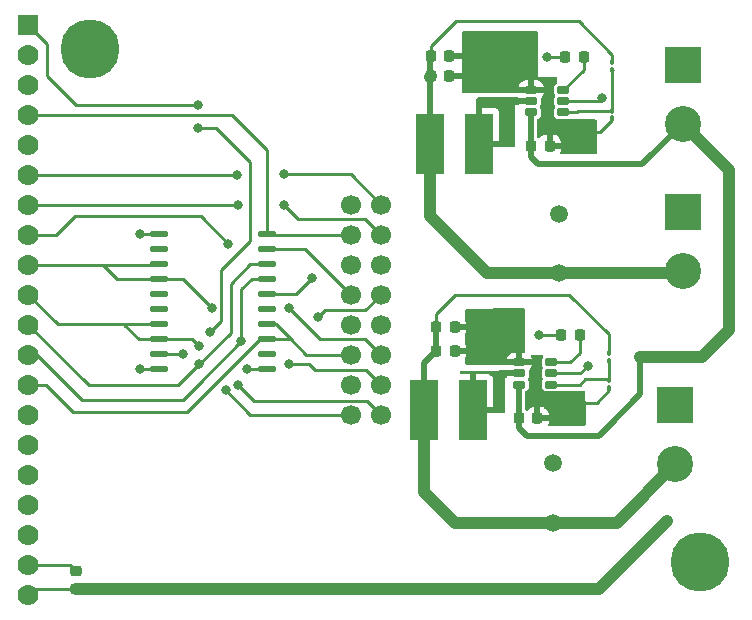
<source format=gtl>
G04 #@! TF.GenerationSoftware,KiCad,Pcbnew,(6.0.2)*
G04 #@! TF.CreationDate,2022-11-08T17:00:34+01:00*
G04 #@! TF.ProjectId,PANEL_LED_HARDWARE,50414e45-4c5f-44c4-9544-5f4841524457,rev?*
G04 #@! TF.SameCoordinates,Original*
G04 #@! TF.FileFunction,Copper,L1,Top*
G04 #@! TF.FilePolarity,Positive*
%FSLAX46Y46*%
G04 Gerber Fmt 4.6, Leading zero omitted, Abs format (unit mm)*
G04 Created by KiCad (PCBNEW (6.0.2)) date 2022-11-08 17:00:34*
%MOMM*%
%LPD*%
G01*
G04 APERTURE LIST*
G04 Aperture macros list*
%AMRoundRect*
0 Rectangle with rounded corners*
0 $1 Rounding radius*
0 $2 $3 $4 $5 $6 $7 $8 $9 X,Y pos of 4 corners*
0 Add a 4 corners polygon primitive as box body*
4,1,4,$2,$3,$4,$5,$6,$7,$8,$9,$2,$3,0*
0 Add four circle primitives for the rounded corners*
1,1,$1+$1,$2,$3*
1,1,$1+$1,$4,$5*
1,1,$1+$1,$6,$7*
1,1,$1+$1,$8,$9*
0 Add four rect primitives between the rounded corners*
20,1,$1+$1,$2,$3,$4,$5,0*
20,1,$1+$1,$4,$5,$6,$7,0*
20,1,$1+$1,$6,$7,$8,$9,0*
20,1,$1+$1,$8,$9,$2,$3,0*%
G04 Aperture macros list end*
G04 #@! TA.AperFunction,SMDPad,CuDef*
%ADD10RoundRect,0.225000X-0.225000X-0.250000X0.225000X-0.250000X0.225000X0.250000X-0.225000X0.250000X0*%
G04 #@! TD*
G04 #@! TA.AperFunction,SMDPad,CuDef*
%ADD11RoundRect,0.100000X-0.100000X0.130000X-0.100000X-0.130000X0.100000X-0.130000X0.100000X0.130000X0*%
G04 #@! TD*
G04 #@! TA.AperFunction,ComponentPad*
%ADD12C,1.700000*%
G04 #@! TD*
G04 #@! TA.AperFunction,SMDPad,CuDef*
%ADD13RoundRect,0.150000X-0.400000X-0.150000X0.400000X-0.150000X0.400000X0.150000X-0.400000X0.150000X0*%
G04 #@! TD*
G04 #@! TA.AperFunction,SMDPad,CuDef*
%ADD14RoundRect,0.225000X0.225000X0.250000X-0.225000X0.250000X-0.225000X-0.250000X0.225000X-0.250000X0*%
G04 #@! TD*
G04 #@! TA.AperFunction,ComponentPad*
%ADD15C,1.500000*%
G04 #@! TD*
G04 #@! TA.AperFunction,ComponentPad*
%ADD16C,5.000000*%
G04 #@! TD*
G04 #@! TA.AperFunction,ComponentPad*
%ADD17C,3.048000*%
G04 #@! TD*
G04 #@! TA.AperFunction,ComponentPad*
%ADD18R,3.048000X3.048000*%
G04 #@! TD*
G04 #@! TA.AperFunction,ComponentPad*
%ADD19R,1.778000X1.778000*%
G04 #@! TD*
G04 #@! TA.AperFunction,ComponentPad*
%ADD20C,1.778000*%
G04 #@! TD*
G04 #@! TA.AperFunction,SMDPad,CuDef*
%ADD21RoundRect,0.225000X-0.250000X0.225000X-0.250000X-0.225000X0.250000X-0.225000X0.250000X0.225000X0*%
G04 #@! TD*
G04 #@! TA.AperFunction,SMDPad,CuDef*
%ADD22R,2.350000X5.100000*%
G04 #@! TD*
G04 #@! TA.AperFunction,SMDPad,CuDef*
%ADD23RoundRect,0.127500X-0.630000X0.127500X-0.630000X-0.127500X0.630000X-0.127500X0.630000X0.127500X0*%
G04 #@! TD*
G04 #@! TA.AperFunction,ViaPad*
%ADD24C,0.800000*%
G04 #@! TD*
G04 #@! TA.AperFunction,ViaPad*
%ADD25C,1.000000*%
G04 #@! TD*
G04 #@! TA.AperFunction,Conductor*
%ADD26C,0.250000*%
G04 #@! TD*
G04 #@! TA.AperFunction,Conductor*
%ADD27C,0.500000*%
G04 #@! TD*
G04 #@! TA.AperFunction,Conductor*
%ADD28C,1.000000*%
G04 #@! TD*
G04 APERTURE END LIST*
D10*
X122000000Y-49900000D03*
X123550000Y-49900000D03*
X122475000Y-72850000D03*
X124025000Y-72850000D03*
D11*
X137085000Y-77340000D03*
X137085000Y-77980000D03*
X137370000Y-54490000D03*
X137370000Y-55130000D03*
D12*
X117746000Y-80222000D03*
X115206000Y-80222000D03*
X117746000Y-77682000D03*
X115206000Y-77682000D03*
X117746000Y-75142000D03*
X115206000Y-75142000D03*
X117746000Y-72602000D03*
X115206000Y-72602000D03*
X117746000Y-70062000D03*
X115206000Y-70062000D03*
X117746000Y-67522000D03*
X115206000Y-67522000D03*
X117746000Y-64982000D03*
X115206000Y-64982000D03*
X117746000Y-62442000D03*
X115206000Y-62442000D03*
D13*
X129490000Y-75800000D03*
X129490000Y-76750000D03*
X129490000Y-77700000D03*
X132190000Y-77700000D03*
X132190000Y-76750000D03*
X132190000Y-75800000D03*
D14*
X134590000Y-73475000D03*
X133040000Y-73475000D03*
D15*
X132334000Y-89368000D03*
X132334000Y-84368000D03*
D10*
X129475000Y-80550000D03*
X131025000Y-80550000D03*
D11*
X137055000Y-75040000D03*
X137055000Y-75680000D03*
D16*
X144796000Y-92670000D03*
D17*
X143315000Y-68035000D03*
D18*
X143315000Y-63035000D03*
D16*
X93105000Y-49266000D03*
D15*
X132840000Y-68240000D03*
X132840000Y-63240000D03*
D19*
X87930000Y-47220000D03*
D20*
X87930000Y-49760000D03*
X87930000Y-52300000D03*
X87930000Y-54840000D03*
X87930000Y-57380000D03*
X87930000Y-59920000D03*
X87930000Y-62460000D03*
X87930000Y-65000000D03*
X87930000Y-67540000D03*
X87930000Y-70080000D03*
X87930000Y-72620000D03*
X87930000Y-75160000D03*
X87930000Y-77700000D03*
X87930000Y-80240000D03*
X87930000Y-82780000D03*
X87930000Y-85320000D03*
X87930000Y-87860000D03*
X87930000Y-90400000D03*
X87930000Y-92940000D03*
X87930000Y-95480000D03*
D21*
X91990000Y-93445000D03*
X91990000Y-94995000D03*
D14*
X134935000Y-49940000D03*
X133385000Y-49940000D03*
D18*
X143315000Y-50605000D03*
D17*
X143315000Y-55605000D03*
D11*
X137350000Y-50375000D03*
X137350000Y-51015000D03*
D10*
X122480000Y-74825000D03*
X124030000Y-74825000D03*
D22*
X125605000Y-79855000D03*
X121455000Y-79855000D03*
X126105000Y-57300000D03*
X121955000Y-57300000D03*
D10*
X121995000Y-51570000D03*
X123545000Y-51570000D03*
D13*
X130510000Y-52745000D03*
X130510000Y-53695000D03*
X130510000Y-54645000D03*
X133210000Y-54645000D03*
X133210000Y-53695000D03*
X133210000Y-52745000D03*
D23*
X108135000Y-76370000D03*
X108135000Y-75100000D03*
X108135000Y-73830000D03*
X108135000Y-72560000D03*
X108135000Y-71290000D03*
X108135000Y-70020000D03*
X108135000Y-68750000D03*
X108135000Y-67480000D03*
X108135000Y-66210000D03*
X108135000Y-64940000D03*
X99020000Y-76370000D03*
X99020000Y-75100000D03*
X99020000Y-73830000D03*
X99020000Y-72560000D03*
X99020000Y-71290000D03*
X99020000Y-70020000D03*
X99020000Y-68750000D03*
X99020000Y-67480000D03*
X99020000Y-66210000D03*
X99020000Y-64940000D03*
D18*
X142655000Y-79445000D03*
D17*
X142655000Y-84445000D03*
D10*
X130500000Y-57500000D03*
X132050000Y-57500000D03*
D24*
X126000000Y-75000000D03*
X129000000Y-72000000D03*
X136500000Y-53450000D03*
X104850000Y-65800000D03*
X103450000Y-71200000D03*
X101050000Y-75100000D03*
X104625000Y-78175000D03*
X102400000Y-75950000D03*
X105650000Y-77700000D03*
X102350000Y-74400000D03*
X109950000Y-75950000D03*
X105960000Y-74015000D03*
X109950000Y-71200000D03*
X111928489Y-68696511D03*
X112450000Y-71950000D03*
X135275000Y-76135000D03*
D25*
X139735000Y-75345000D03*
D24*
X128000000Y-49000000D03*
X127500000Y-73500000D03*
X126500000Y-52000000D03*
X97383000Y-76385000D03*
X126500000Y-50500000D03*
X134250000Y-80500000D03*
X135000000Y-56250000D03*
X126500000Y-49000000D03*
X127500000Y-72000000D03*
X129500000Y-49000000D03*
X97350000Y-64900000D03*
X135000000Y-57390000D03*
X134250000Y-79215000D03*
X126000000Y-73500000D03*
X128000000Y-50500000D03*
X126000000Y-72000000D03*
D25*
X142010000Y-89240000D03*
D24*
X102250000Y-56000000D03*
X106460000Y-76370000D03*
X103295000Y-73205000D03*
X102250000Y-54000000D03*
X131850000Y-49970000D03*
X128720000Y-53780000D03*
X127895000Y-76865000D03*
X131135000Y-73495000D03*
X105600000Y-59950000D03*
X109600000Y-59900000D03*
X109540000Y-62460000D03*
X105650000Y-62460000D03*
D26*
X137055000Y-77120000D02*
X137055000Y-75680000D01*
X135060000Y-77250000D02*
X136925000Y-77250000D01*
X134610000Y-77700000D02*
X135060000Y-77250000D01*
X132190000Y-77700000D02*
X134610000Y-77700000D01*
X136925000Y-77250000D02*
X137055000Y-77120000D01*
D27*
X130150000Y-82000000D02*
X129475000Y-81325000D01*
X136250000Y-82000000D02*
X130150000Y-82000000D01*
X136875000Y-81375000D02*
X139735000Y-78515000D01*
X129475000Y-81325000D02*
X129475000Y-80550000D01*
X136875000Y-81375000D02*
X136250000Y-82000000D01*
X129490000Y-80443915D02*
X129500000Y-80453915D01*
X129490000Y-79040000D02*
X129490000Y-80443915D01*
X129490000Y-79040000D02*
X129490000Y-80535000D01*
X139735000Y-78515000D02*
X139735000Y-75345000D01*
X129490000Y-77700000D02*
X129490000Y-79040000D01*
D26*
X129490000Y-80535000D02*
X129475000Y-80550000D01*
X134660000Y-76750000D02*
X135275000Y-76135000D01*
X132190000Y-76750000D02*
X134660000Y-76750000D01*
X132190000Y-76760000D02*
X132100000Y-76850000D01*
X132190000Y-76750000D02*
X132190000Y-76760000D01*
X133210000Y-53695000D02*
X136255000Y-53695000D01*
X136255000Y-53695000D02*
X136500000Y-53450000D01*
D27*
X131100000Y-59000000D02*
X139920000Y-59000000D01*
X139920000Y-59000000D02*
X143315000Y-55605000D01*
X130500000Y-58400000D02*
X131100000Y-59000000D01*
X130500000Y-57500000D02*
X130500000Y-58400000D01*
X130510000Y-57490000D02*
X130510000Y-54645000D01*
D26*
X130500000Y-57500000D02*
X130510000Y-57490000D01*
X134500000Y-54490000D02*
X137370000Y-54490000D01*
X134345000Y-54645000D02*
X134500000Y-54490000D01*
X133210000Y-54645000D02*
X134345000Y-54645000D01*
D27*
X124030000Y-74825000D02*
X125475000Y-74825000D01*
X124025000Y-72850000D02*
X125500000Y-72850000D01*
D26*
X122475000Y-71675000D02*
X122475000Y-72850000D01*
X124040000Y-70110000D02*
X122475000Y-71675000D01*
X126340000Y-70110000D02*
X124040000Y-70110000D01*
X133730000Y-70110000D02*
X126340000Y-70110000D01*
D27*
X122480000Y-72855000D02*
X122475000Y-72850000D01*
X122480000Y-74825000D02*
X122480000Y-72855000D01*
X123550000Y-49900000D02*
X124650000Y-49900000D01*
D26*
X122000000Y-49050000D02*
X122000000Y-49900000D01*
X124130000Y-46920000D02*
X122000000Y-49050000D01*
X128030000Y-46920000D02*
X124130000Y-46920000D01*
X128030000Y-46920000D02*
X134520000Y-46920000D01*
D27*
X121955000Y-52695000D02*
X121955000Y-51610000D01*
X121955000Y-52695000D02*
X121955000Y-49945000D01*
X121955000Y-49945000D02*
X122000000Y-49900000D01*
X121955000Y-57300000D02*
X121955000Y-52695000D01*
X123545000Y-51570000D02*
X125630000Y-51570000D01*
D26*
X134520000Y-46920000D02*
X137350000Y-49750000D01*
X137350000Y-49750000D02*
X137350000Y-50375000D01*
X137370000Y-54300000D02*
X137370000Y-51095000D01*
X137370000Y-51095000D02*
X137450000Y-51015000D01*
X102500000Y-63450000D02*
X100150000Y-63450000D01*
X91850000Y-63450000D02*
X100150000Y-63450000D01*
X104850000Y-65800000D02*
X102500000Y-63450000D01*
X101000000Y-68750000D02*
X103450000Y-71200000D01*
X99020000Y-68750000D02*
X101000000Y-68750000D01*
X99020000Y-75100000D02*
X101050000Y-75100000D01*
X110022000Y-80222000D02*
X106672000Y-80222000D01*
X106672000Y-80222000D02*
X104625000Y-78175000D01*
X110022000Y-80222000D02*
X108678000Y-80222000D01*
X115206000Y-80222000D02*
X110022000Y-80222000D01*
X105070000Y-73280000D02*
X102400000Y-75950000D01*
X105070000Y-69140000D02*
X105070000Y-73280000D01*
X106730000Y-67480000D02*
X105070000Y-69140000D01*
X108135000Y-67480000D02*
X106730000Y-67480000D01*
X93034000Y-77724000D02*
X100626000Y-77724000D01*
X87930000Y-72620000D02*
X93034000Y-77724000D01*
X100626000Y-77724000D02*
X102400000Y-75950000D01*
X108678000Y-80222000D02*
X108428000Y-80222000D01*
X106997489Y-79047489D02*
X105650000Y-77700000D01*
X116571489Y-79047489D02*
X106997489Y-79047489D01*
X117746000Y-80222000D02*
X116571489Y-79047489D01*
X101750000Y-73800000D02*
X102350000Y-74400000D01*
X99020000Y-73830000D02*
X99050000Y-73800000D01*
X99050000Y-73800000D02*
X101750000Y-73800000D01*
X116514000Y-76450000D02*
X117746000Y-77682000D01*
X112200000Y-76450000D02*
X116514000Y-76450000D01*
X111700000Y-75950000D02*
X112200000Y-76450000D01*
X109950000Y-75950000D02*
X111700000Y-75950000D01*
X112600000Y-73850000D02*
X109950000Y-71200000D01*
X113200000Y-73850000D02*
X112600000Y-73850000D01*
X116454000Y-73850000D02*
X113200000Y-73850000D01*
X117746000Y-75142000D02*
X116454000Y-73850000D01*
X116458000Y-71350000D02*
X117746000Y-70062000D01*
X113050000Y-71350000D02*
X116458000Y-71350000D01*
X112450000Y-71950000D02*
X113050000Y-71350000D01*
X90300000Y-65000000D02*
X91850000Y-63450000D01*
X87930000Y-65000000D02*
X90300000Y-65000000D01*
X110605000Y-70020000D02*
X111928489Y-68696511D01*
X108135000Y-70020000D02*
X110605000Y-70020000D01*
X105570000Y-59920000D02*
X105600000Y-59950000D01*
X87930000Y-59920000D02*
X105570000Y-59920000D01*
X105650000Y-62460000D02*
X87930000Y-62460000D01*
X103800000Y-56000000D02*
X102250000Y-56000000D01*
X106650000Y-65550000D02*
X106650000Y-58850000D01*
X106650000Y-58850000D02*
X103800000Y-56000000D01*
X104200000Y-68000000D02*
X106650000Y-65550000D01*
X104200000Y-72300000D02*
X104200000Y-68000000D01*
X103295000Y-73205000D02*
X104200000Y-72300000D01*
X98980000Y-64900000D02*
X99020000Y-64940000D01*
X97350000Y-64900000D02*
X98980000Y-64900000D01*
D28*
X147230000Y-73090000D02*
X144970000Y-75350000D01*
X143315000Y-55605000D02*
X147230000Y-59520000D01*
X147230000Y-59520000D02*
X147230000Y-73090000D01*
X144970000Y-75350000D02*
X139740000Y-75350000D01*
X139740000Y-75350000D02*
X139735000Y-75345000D01*
D26*
X136360000Y-56330000D02*
X135410000Y-56330000D01*
X137370000Y-55320000D02*
X136360000Y-56330000D01*
X137085000Y-78170000D02*
X136040000Y-79215000D01*
X91485000Y-92940000D02*
X91990000Y-93445000D01*
X87930000Y-92940000D02*
X91485000Y-92940000D01*
X92611000Y-49760000D02*
X93105000Y-49266000D01*
X99005000Y-76385000D02*
X99020000Y-76370000D01*
X97383000Y-76385000D02*
X99005000Y-76385000D01*
X136040000Y-79215000D02*
X133975000Y-79215000D01*
X115206000Y-62442000D02*
X115350000Y-62298000D01*
X93105000Y-49235000D02*
X93105000Y-49266000D01*
X134935000Y-51020000D02*
X134935000Y-49940000D01*
X133210000Y-52745000D02*
X134935000Y-51020000D01*
X137370000Y-54300000D02*
X137370000Y-52770000D01*
D28*
X135800000Y-68250000D02*
X143260000Y-68250000D01*
X132840000Y-68240000D02*
X126760000Y-68240000D01*
X121955000Y-51610000D02*
X121995000Y-51570000D01*
X142010000Y-89240000D02*
X136230000Y-95020000D01*
X126760000Y-68240000D02*
X121955000Y-63435000D01*
X121955000Y-63435000D02*
X121955000Y-57300000D01*
X132840000Y-68240000D02*
X135650000Y-68240000D01*
X136230000Y-95020000D02*
X92015000Y-95020000D01*
X92015000Y-95020000D02*
X91990000Y-94995000D01*
X143315000Y-68035000D02*
X143130000Y-68220000D01*
D26*
X88415000Y-94995000D02*
X87930000Y-95480000D01*
X91990000Y-94995000D02*
X88415000Y-94995000D01*
D28*
X121455000Y-79855000D02*
X121455000Y-86755000D01*
D27*
X121455000Y-79855000D02*
X121455000Y-75850000D01*
D28*
X121455000Y-86755000D02*
X124068000Y-89368000D01*
D26*
X137055000Y-75040000D02*
X137055000Y-73435000D01*
D28*
X124068000Y-89368000D02*
X132334000Y-89368000D01*
X132334000Y-89368000D02*
X137732000Y-89368000D01*
D27*
X121455000Y-75850000D02*
X122480000Y-74825000D01*
D28*
X137732000Y-89368000D02*
X142655000Y-84445000D01*
D26*
X137055000Y-73435000D02*
X133730000Y-70110000D01*
X91925000Y-54000000D02*
X89525000Y-51600000D01*
X108135000Y-76370000D02*
X106460000Y-76370000D01*
X102250000Y-54000000D02*
X91925000Y-54000000D01*
X87884000Y-47498000D02*
X88152000Y-47230000D01*
X89525000Y-48815000D02*
X87930000Y-47220000D01*
X89525000Y-51600000D02*
X89525000Y-48815000D01*
X106820000Y-68750000D02*
X105960000Y-69610000D01*
X108135000Y-68750000D02*
X106820000Y-68750000D01*
X98995000Y-68725000D02*
X99020000Y-68750000D01*
X94265000Y-67540000D02*
X95450000Y-68725000D01*
X105960000Y-69610000D02*
X105960000Y-74015000D01*
X93740000Y-67540000D02*
X98960000Y-67540000D01*
X93740000Y-67540000D02*
X94265000Y-67540000D01*
X98350000Y-79000000D02*
X98344000Y-78994000D01*
X88646000Y-75184000D02*
X87954000Y-75184000D01*
X98990000Y-75130000D02*
X99020000Y-75100000D01*
X87930000Y-67540000D02*
X93740000Y-67540000D01*
X87954000Y-75184000D02*
X87930000Y-75160000D01*
X95450000Y-68725000D02*
X98995000Y-68725000D01*
X102187500Y-77787500D02*
X100975000Y-79000000D01*
X98344000Y-78994000D02*
X92456000Y-78994000D01*
X105960000Y-74015000D02*
X102187500Y-77787500D01*
X100975000Y-79000000D02*
X98350000Y-79000000D01*
X92456000Y-78994000D02*
X88646000Y-75184000D01*
X98960000Y-67540000D02*
X99020000Y-67480000D01*
X108135000Y-66210000D02*
X111354000Y-66210000D01*
X111354000Y-66210000D02*
X115206000Y-70062000D01*
X133770000Y-75800000D02*
X134595000Y-74975000D01*
X134595000Y-74975000D02*
X134595000Y-73480000D01*
X132190000Y-75800000D02*
X133770000Y-75800000D01*
X134595000Y-73480000D02*
X134590000Y-73475000D01*
X133385000Y-49940000D02*
X131880000Y-49940000D01*
X131880000Y-49940000D02*
X131850000Y-49970000D01*
X131155000Y-73475000D02*
X131135000Y-73495000D01*
X133040000Y-73475000D02*
X131155000Y-73475000D01*
X108135000Y-64940000D02*
X108135000Y-57845000D01*
X108177000Y-64982000D02*
X115206000Y-64982000D01*
X108135000Y-57845000D02*
X105130000Y-54840000D01*
X105130000Y-54840000D02*
X87930000Y-54840000D01*
X108135000Y-64940000D02*
X108177000Y-64982000D01*
X87930000Y-54840000D02*
X87950000Y-54820000D01*
X117746000Y-62442000D02*
X117950000Y-62238000D01*
X115204000Y-59900000D02*
X109600000Y-59900000D01*
X117746000Y-62442000D02*
X115204000Y-59900000D01*
X116464000Y-63700000D02*
X115700000Y-63700000D01*
X117746000Y-64982000D02*
X116464000Y-63700000D01*
X109540000Y-62460000D02*
X110780000Y-63700000D01*
X110780000Y-63700000D02*
X115700000Y-63700000D01*
X89384000Y-77700000D02*
X91694000Y-80010000D01*
X111464000Y-75142000D02*
X115206000Y-75142000D01*
X87930000Y-77700000D02*
X89384000Y-77700000D01*
X110152000Y-73830000D02*
X111464000Y-75142000D01*
X108135000Y-72560000D02*
X108882000Y-72560000D01*
X101340000Y-80010000D02*
X107520000Y-73830000D01*
X108135000Y-73830000D02*
X110152000Y-73830000D01*
X108882000Y-72560000D02*
X110152000Y-73830000D01*
X91694000Y-80010000D02*
X101340000Y-80010000D01*
X107520000Y-73830000D02*
X108135000Y-73830000D01*
X97290000Y-73870000D02*
X98980000Y-73870000D01*
X97290000Y-73870000D02*
X96040000Y-72620000D01*
X96040000Y-72620000D02*
X96040000Y-72560000D01*
X90410000Y-72560000D02*
X96040000Y-72560000D01*
X96040000Y-72560000D02*
X99020000Y-72560000D01*
X87930000Y-70080000D02*
X90410000Y-72560000D01*
G04 #@! TA.AperFunction,Conductor*
G36*
X132575222Y-52260645D02*
G01*
X132569277Y-52263674D01*
X132478674Y-52354277D01*
X132420502Y-52468445D01*
X132405500Y-52563166D01*
X132405500Y-52926834D01*
X132420502Y-53021555D01*
X132478674Y-53135723D01*
X132485685Y-53142734D01*
X132488013Y-53145938D01*
X132511872Y-53212805D01*
X132495793Y-53281957D01*
X132488013Y-53294062D01*
X132485685Y-53297266D01*
X132478674Y-53304277D01*
X132420502Y-53418445D01*
X132405500Y-53513166D01*
X132405500Y-53876834D01*
X132420502Y-53971555D01*
X132478674Y-54085723D01*
X132485685Y-54092734D01*
X132488013Y-54095938D01*
X132511872Y-54162805D01*
X132495793Y-54231957D01*
X132488013Y-54244062D01*
X132485685Y-54247266D01*
X132478674Y-54254277D01*
X132420502Y-54368445D01*
X132405500Y-54463166D01*
X132405500Y-54826834D01*
X132420502Y-54921555D01*
X132478674Y-55035723D01*
X132569277Y-55126326D01*
X132636706Y-55160683D01*
X132660530Y-55172822D01*
X132712145Y-55221571D01*
X132715735Y-55229918D01*
X132715461Y-55407112D01*
X131014500Y-55402758D01*
X131014500Y-55272949D01*
X131034502Y-55204828D01*
X131083296Y-55160683D01*
X131141888Y-55130828D01*
X131141891Y-55130826D01*
X131150723Y-55126326D01*
X131241326Y-55035723D01*
X131299498Y-54921555D01*
X131314500Y-54826834D01*
X131314500Y-54463166D01*
X131299498Y-54368445D01*
X131241326Y-54254277D01*
X131234315Y-54247266D01*
X131231987Y-54244062D01*
X131208128Y-54177195D01*
X131224207Y-54108043D01*
X131231987Y-54095938D01*
X131234315Y-54092734D01*
X131241326Y-54085723D01*
X131299498Y-53971555D01*
X131314500Y-53876834D01*
X131314500Y-53513166D01*
X131313726Y-53508281D01*
X131313725Y-53508264D01*
X131311949Y-53497051D01*
X131321050Y-53426641D01*
X131347303Y-53388250D01*
X131428449Y-53307104D01*
X131438089Y-53294678D01*
X131514648Y-53165221D01*
X131520893Y-53150790D01*
X131559939Y-53016395D01*
X131559899Y-53002294D01*
X131552630Y-52999000D01*
X130900261Y-52999000D01*
X130900261Y-52998387D01*
X130900612Y-52491000D01*
X131546878Y-52491000D01*
X131560409Y-52487027D01*
X131561544Y-52479129D01*
X131520893Y-52339210D01*
X131514646Y-52324775D01*
X131476497Y-52260266D01*
X132575222Y-52260645D01*
G37*
G04 #@! TD.AperFunction*
G04 #@! TA.AperFunction,Conductor*
G36*
X132661153Y-51658568D02*
G01*
X132707693Y-51712183D01*
X132719125Y-51764323D01*
X132719953Y-52109385D01*
X132700114Y-52177553D01*
X132651156Y-52221954D01*
X132578110Y-52259173D01*
X132578109Y-52259174D01*
X132569277Y-52263674D01*
X132554630Y-52278321D01*
X131487023Y-52278066D01*
X131438089Y-52195322D01*
X131428449Y-52182896D01*
X131322104Y-52076551D01*
X131309678Y-52066911D01*
X131180221Y-51990352D01*
X131165790Y-51984107D01*
X131019935Y-51941731D01*
X131007333Y-51939430D01*
X130978916Y-51937193D01*
X130973986Y-51937000D01*
X130782115Y-51937000D01*
X130766876Y-51941475D01*
X130765671Y-51942865D01*
X130764000Y-51950548D01*
X130764000Y-52277894D01*
X130256000Y-52277773D01*
X130256000Y-51955116D01*
X130251525Y-51939877D01*
X130250135Y-51938672D01*
X130242452Y-51937001D01*
X130046017Y-51937001D01*
X130041080Y-51937195D01*
X130012664Y-51939430D01*
X130000069Y-51941730D01*
X129854210Y-51984107D01*
X129839779Y-51990352D01*
X129710322Y-52066911D01*
X129697896Y-52076551D01*
X129591551Y-52182896D01*
X129581911Y-52195322D01*
X129533253Y-52277601D01*
X129102839Y-52277498D01*
X129098609Y-51641676D01*
X131111289Y-51639919D01*
X131984665Y-51639156D01*
X132593015Y-51638625D01*
X132661153Y-51658568D01*
G37*
G04 #@! TD.AperFunction*
G04 #@! TA.AperFunction,Conductor*
G36*
X129920282Y-71262897D02*
G01*
X129966873Y-71316467D01*
X129978355Y-71368922D01*
X129979673Y-73108475D01*
X129981004Y-74865905D01*
X129961054Y-74934040D01*
X129907433Y-74980574D01*
X129855004Y-74992000D01*
X129762115Y-74992000D01*
X129746876Y-74996475D01*
X129745671Y-74997865D01*
X129744000Y-75005548D01*
X129744000Y-75928000D01*
X129723998Y-75996121D01*
X129672786Y-76040497D01*
X128378423Y-76041837D01*
X128378418Y-76041836D01*
X126072605Y-76044225D01*
X125057832Y-76045276D01*
X124989692Y-76025344D01*
X124943144Y-75971737D01*
X124931703Y-75919442D01*
X124931187Y-75528605D01*
X128440061Y-75528605D01*
X128440101Y-75542706D01*
X128447370Y-75546000D01*
X129217885Y-75546000D01*
X129233124Y-75541525D01*
X129234329Y-75540135D01*
X129236000Y-75532452D01*
X129236000Y-75010116D01*
X129231525Y-74994877D01*
X129230135Y-74993672D01*
X129222452Y-74992001D01*
X129026017Y-74992001D01*
X129021080Y-74992195D01*
X128992664Y-74994430D01*
X128980069Y-74996730D01*
X128834210Y-75039107D01*
X128819779Y-75045352D01*
X128690322Y-75121911D01*
X128677896Y-75131551D01*
X128571551Y-75237896D01*
X128561911Y-75250322D01*
X128485352Y-75379779D01*
X128479107Y-75394210D01*
X128440061Y-75528605D01*
X124931187Y-75528605D01*
X124930998Y-75385843D01*
X124937405Y-75346009D01*
X124975491Y-75231186D01*
X124978358Y-75217810D01*
X124987672Y-75126903D01*
X124988000Y-75120487D01*
X124988000Y-75097115D01*
X124983525Y-75081876D01*
X124982135Y-75080671D01*
X124974452Y-75079000D01*
X124930593Y-75079000D01*
X124929922Y-74571000D01*
X124969885Y-74571000D01*
X124985124Y-74566525D01*
X124986329Y-74565135D01*
X124988000Y-74557452D01*
X124988000Y-74529562D01*
X124987663Y-74523047D01*
X124978106Y-74430943D01*
X124975212Y-74417544D01*
X124935987Y-74299971D01*
X124929512Y-74260265D01*
X124928380Y-73403659D01*
X124934787Y-73363827D01*
X124970491Y-73256186D01*
X124973358Y-73242810D01*
X124982672Y-73151903D01*
X124983000Y-73145487D01*
X124983000Y-73122115D01*
X124978525Y-73106876D01*
X124977135Y-73105671D01*
X124969452Y-73104000D01*
X124927985Y-73104000D01*
X124927314Y-72596000D01*
X124964885Y-72596000D01*
X124980124Y-72591525D01*
X124981329Y-72590135D01*
X124983000Y-72582452D01*
X124983000Y-72554562D01*
X124982663Y-72548047D01*
X124973106Y-72455943D01*
X124970212Y-72442546D01*
X124933389Y-72332171D01*
X124926913Y-72292461D01*
X124925705Y-71377975D01*
X124945617Y-71309828D01*
X124999211Y-71263265D01*
X125051472Y-71251809D01*
X129466113Y-71243726D01*
X129852124Y-71243019D01*
X129920282Y-71262897D01*
G37*
G04 #@! TD.AperFunction*
G04 #@! TA.AperFunction,Conductor*
G36*
X129414749Y-53390162D02*
G01*
X129452561Y-53427820D01*
X129458478Y-53436970D01*
X129467370Y-53441000D01*
X130638000Y-53441000D01*
X130706121Y-53461002D01*
X130752614Y-53514658D01*
X130764000Y-53567000D01*
X130764000Y-53823000D01*
X130743998Y-53891121D01*
X130690342Y-53937614D01*
X130638000Y-53949000D01*
X129473122Y-53949000D01*
X129438118Y-53959278D01*
X129411645Y-53976291D01*
X129376139Y-53981394D01*
X128055985Y-53981272D01*
X128051547Y-53372622D01*
X128057065Y-53371817D01*
X129115134Y-53370526D01*
X129115245Y-53370537D01*
X129115245Y-53370525D01*
X129323455Y-53370271D01*
X129346604Y-53370243D01*
X129414749Y-53390162D01*
G37*
G04 #@! TD.AperFunction*
G04 #@! TA.AperFunction,Conductor*
G36*
X128438311Y-76495920D02*
G01*
X128439445Y-76496000D01*
X129618000Y-76496000D01*
X129686121Y-76516002D01*
X129732614Y-76569658D01*
X129744000Y-76622000D01*
X129744000Y-76878000D01*
X129723998Y-76946121D01*
X129670342Y-76992614D01*
X129618000Y-77004000D01*
X128453122Y-77004000D01*
X128439591Y-77007973D01*
X128436827Y-77027198D01*
X128407334Y-77091779D01*
X128347608Y-77130162D01*
X128325359Y-77133356D01*
X128318833Y-77135269D01*
X128300716Y-77135261D01*
X127430969Y-77134873D01*
X127426537Y-76502775D01*
X127429839Y-76501796D01*
X127465532Y-76496596D01*
X127469745Y-76496592D01*
X128429331Y-76495608D01*
X128438311Y-76495920D01*
G37*
G04 #@! TD.AperFunction*
G04 #@! TA.AperFunction,Conductor*
G36*
X131273602Y-75154820D02*
G01*
X131408937Y-75154867D01*
X131477051Y-75174893D01*
X131523526Y-75228564D01*
X131533605Y-75298842D01*
X131504090Y-75363412D01*
X131497989Y-75369962D01*
X131458674Y-75409277D01*
X131400502Y-75523445D01*
X131385500Y-75618166D01*
X131385500Y-75981834D01*
X131400502Y-76076555D01*
X131405003Y-76085388D01*
X131452956Y-76179500D01*
X131458674Y-76190723D01*
X131465685Y-76197734D01*
X131468013Y-76200938D01*
X131491872Y-76267805D01*
X131475793Y-76336957D01*
X131468013Y-76349062D01*
X131465685Y-76352266D01*
X131458674Y-76359277D01*
X131454174Y-76368109D01*
X131454173Y-76368110D01*
X131452710Y-76370982D01*
X131400502Y-76473445D01*
X131385500Y-76568166D01*
X131385500Y-76931834D01*
X131400502Y-77026555D01*
X131405003Y-77035388D01*
X131452956Y-77129500D01*
X131458674Y-77140723D01*
X131465685Y-77147734D01*
X131468013Y-77150938D01*
X131491872Y-77217805D01*
X131475793Y-77286957D01*
X131468013Y-77299062D01*
X131465685Y-77302266D01*
X131458674Y-77309277D01*
X131454174Y-77318109D01*
X131454173Y-77318110D01*
X131452710Y-77320982D01*
X131400502Y-77423445D01*
X131385500Y-77518166D01*
X131385500Y-77881834D01*
X131400502Y-77976555D01*
X131458674Y-78090723D01*
X131549277Y-78181326D01*
X131663445Y-78239498D01*
X131758166Y-78254500D01*
X131789971Y-78254500D01*
X131789488Y-78552029D01*
X129994500Y-78547435D01*
X129994500Y-78327949D01*
X130014502Y-78259828D01*
X130063296Y-78215683D01*
X130121888Y-78185828D01*
X130121891Y-78185826D01*
X130130723Y-78181326D01*
X130221326Y-78090723D01*
X130279498Y-77976555D01*
X130294500Y-77881834D01*
X130294500Y-77518166D01*
X130279498Y-77423445D01*
X130227290Y-77320982D01*
X130225827Y-77318110D01*
X130225826Y-77318109D01*
X130221326Y-77309277D01*
X130214315Y-77302266D01*
X130211987Y-77299062D01*
X130188128Y-77232195D01*
X130204207Y-77163043D01*
X130211987Y-77150938D01*
X130214315Y-77147734D01*
X130221326Y-77140723D01*
X130227045Y-77129500D01*
X130274997Y-77035388D01*
X130279498Y-77026555D01*
X130294500Y-76931834D01*
X130294500Y-76568166D01*
X130293726Y-76563281D01*
X130293725Y-76563264D01*
X130291949Y-76552051D01*
X130301050Y-76481641D01*
X130327303Y-76443250D01*
X130408449Y-76362104D01*
X130418089Y-76349678D01*
X130494648Y-76220221D01*
X130500893Y-76205790D01*
X130539939Y-76071395D01*
X130539899Y-76057294D01*
X130532630Y-76054000D01*
X129974694Y-76054000D01*
X129974705Y-76040184D01*
X129975115Y-75546000D01*
X130526878Y-75546000D01*
X130540409Y-75542027D01*
X130541544Y-75534129D01*
X130500893Y-75394210D01*
X130494648Y-75379779D01*
X130473915Y-75344721D01*
X130456456Y-75275905D01*
X130478973Y-75208573D01*
X130534318Y-75164104D01*
X130582411Y-75154582D01*
X131273602Y-75154820D01*
G37*
G04 #@! TD.AperFunction*
G04 #@! TA.AperFunction,Conductor*
G36*
X131049963Y-47794426D02*
G01*
X131096541Y-47848007D01*
X131108011Y-47900422D01*
X131111439Y-51811243D01*
X131091497Y-51879381D01*
X131037882Y-51925921D01*
X130980491Y-51937256D01*
X130973977Y-51937000D01*
X130782115Y-51937000D01*
X130766876Y-51941475D01*
X130765671Y-51942865D01*
X130764000Y-51950548D01*
X130764000Y-52873000D01*
X130743998Y-52941121D01*
X130690342Y-52987614D01*
X130639650Y-52998641D01*
X130271685Y-52999000D01*
X129457946Y-52999000D01*
X129452410Y-52999799D01*
X124749952Y-53004385D01*
X124681812Y-52984449D01*
X124635266Y-52930839D01*
X124623829Y-52878561D01*
X124623822Y-52873000D01*
X124623265Y-52473605D01*
X129460061Y-52473605D01*
X129460101Y-52487706D01*
X129467370Y-52491000D01*
X130237885Y-52491000D01*
X130253124Y-52486525D01*
X130254329Y-52485135D01*
X130256000Y-52477452D01*
X130256000Y-51955116D01*
X130251525Y-51939877D01*
X130250135Y-51938672D01*
X130242452Y-51937001D01*
X130046017Y-51937001D01*
X130041080Y-51937195D01*
X130012664Y-51939430D01*
X130000069Y-51941730D01*
X129854210Y-51984107D01*
X129839779Y-51990352D01*
X129710322Y-52066911D01*
X129697896Y-52076551D01*
X129591551Y-52182896D01*
X129581911Y-52195322D01*
X129505352Y-52324779D01*
X129499107Y-52339210D01*
X129460061Y-52473605D01*
X124623265Y-52473605D01*
X124616906Y-47910657D01*
X124636813Y-47842508D01*
X124690404Y-47795940D01*
X124742704Y-47784481D01*
X130981810Y-47774532D01*
X131049963Y-47794426D01*
G37*
G04 #@! TD.AperFunction*
G04 #@! TA.AperFunction,Conductor*
G36*
X129115245Y-53370537D02*
G01*
X129116709Y-53981370D01*
X129124049Y-57044329D01*
X129124959Y-57423862D01*
X129105120Y-57492031D01*
X129051576Y-57538652D01*
X128999147Y-57550164D01*
X126405031Y-57554000D01*
X125977000Y-57554000D01*
X125908879Y-57533998D01*
X125870659Y-57489890D01*
X125869253Y-57027885D01*
X126359000Y-57027885D01*
X126363475Y-57043124D01*
X126364865Y-57044329D01*
X126372548Y-57046000D01*
X127769885Y-57046000D01*
X127785124Y-57041525D01*
X127786329Y-57040135D01*
X127788000Y-57032452D01*
X127787999Y-54705331D01*
X127787629Y-54698510D01*
X127782105Y-54647648D01*
X127778479Y-54632396D01*
X127733324Y-54511946D01*
X127724786Y-54496351D01*
X127648285Y-54394276D01*
X127635724Y-54381715D01*
X127533649Y-54305214D01*
X127518054Y-54296676D01*
X127397606Y-54251522D01*
X127382351Y-54247895D01*
X127331486Y-54242369D01*
X127324672Y-54242000D01*
X126377115Y-54242001D01*
X126361876Y-54246476D01*
X126360671Y-54247866D01*
X126359000Y-54255549D01*
X126359000Y-57027885D01*
X125869253Y-57027885D01*
X125858530Y-53505388D01*
X125878324Y-53437207D01*
X125931838Y-53390551D01*
X125984187Y-53379005D01*
X126473240Y-53377678D01*
X128046131Y-53373412D01*
X128046133Y-53373412D01*
X128051552Y-53373397D01*
X129108857Y-53370528D01*
X129115003Y-53370512D01*
X129115245Y-53370537D01*
G37*
G04 #@! TD.AperFunction*
G04 #@! TA.AperFunction,Conductor*
G36*
X135989571Y-55251670D02*
G01*
X136036179Y-55305226D01*
X136047678Y-55357636D01*
X136049645Y-56747657D01*
X136051502Y-58059854D01*
X136051521Y-58073553D01*
X136031615Y-58141702D01*
X135978025Y-58188270D01*
X135925695Y-58199731D01*
X133071551Y-58203616D01*
X133003404Y-58183707D01*
X132956838Y-58130114D01*
X132946638Y-58059854D01*
X132951787Y-58037949D01*
X132995490Y-57906189D01*
X132998358Y-57892810D01*
X133007672Y-57801903D01*
X133008000Y-57795487D01*
X133008000Y-57772115D01*
X133003525Y-57756876D01*
X133002135Y-57755671D01*
X132994452Y-57754000D01*
X131922000Y-57754000D01*
X131853879Y-57733998D01*
X131807386Y-57680342D01*
X131796000Y-57628000D01*
X131796000Y-57227885D01*
X132304000Y-57227885D01*
X132308475Y-57243124D01*
X132309865Y-57244329D01*
X132317548Y-57246000D01*
X132989885Y-57246000D01*
X133005124Y-57241525D01*
X133006329Y-57240135D01*
X133008000Y-57232452D01*
X133008000Y-57204562D01*
X133007663Y-57198047D01*
X132998106Y-57105943D01*
X132995212Y-57092544D01*
X132945619Y-56943893D01*
X132939445Y-56930714D01*
X132857212Y-56797827D01*
X132848176Y-56786426D01*
X132737571Y-56676014D01*
X132726160Y-56667002D01*
X132593120Y-56584996D01*
X132579939Y-56578849D01*
X132431186Y-56529509D01*
X132417810Y-56526642D01*
X132326903Y-56517328D01*
X132321874Y-56517071D01*
X132306876Y-56521475D01*
X132305671Y-56522865D01*
X132304000Y-56530548D01*
X132304000Y-57227885D01*
X131796000Y-57227885D01*
X131796000Y-56535115D01*
X131791525Y-56519876D01*
X131790135Y-56518671D01*
X131782452Y-56517000D01*
X131779562Y-56517000D01*
X131773047Y-56517337D01*
X131680943Y-56526894D01*
X131667544Y-56529788D01*
X131518893Y-56579381D01*
X131505714Y-56585555D01*
X131372827Y-56667788D01*
X131361426Y-56676824D01*
X131251015Y-56787428D01*
X131239382Y-56802158D01*
X131181466Y-56843221D01*
X131110543Y-56846453D01*
X131049131Y-56810828D01*
X131016728Y-56747657D01*
X131014500Y-56724066D01*
X131014500Y-55272949D01*
X131023496Y-55242310D01*
X132715722Y-55238684D01*
X132729384Y-55238655D01*
X132729385Y-55238655D01*
X134533902Y-55234788D01*
X135921409Y-55231814D01*
X135989571Y-55251670D01*
G37*
G04 #@! TD.AperFunction*
G04 #@! TA.AperFunction,Conductor*
G36*
X128300716Y-77135261D02*
G01*
X128300748Y-77148894D01*
X128300748Y-77148896D01*
X128307449Y-79968518D01*
X128287609Y-80036686D01*
X128234064Y-80083306D01*
X128181655Y-80094817D01*
X125443926Y-80099289D01*
X125408879Y-80088998D01*
X125362386Y-80035342D01*
X125351000Y-79983000D01*
X125351000Y-79582885D01*
X125859000Y-79582885D01*
X125863475Y-79598124D01*
X125864865Y-79599329D01*
X125872548Y-79601000D01*
X127269885Y-79601000D01*
X127285124Y-79596525D01*
X127286329Y-79595135D01*
X127288000Y-79587452D01*
X127287999Y-77260331D01*
X127287629Y-77253510D01*
X127282105Y-77202648D01*
X127278479Y-77187396D01*
X127233324Y-77066946D01*
X127224786Y-77051351D01*
X127148285Y-76949276D01*
X127135724Y-76936715D01*
X127033649Y-76860214D01*
X127018054Y-76851676D01*
X126897606Y-76806522D01*
X126882351Y-76802895D01*
X126831486Y-76797369D01*
X126824672Y-76797000D01*
X125877115Y-76797000D01*
X125861876Y-76801475D01*
X125860671Y-76802865D01*
X125859000Y-76810548D01*
X125859000Y-79582885D01*
X125351000Y-79582885D01*
X125351000Y-76815116D01*
X125346525Y-76799877D01*
X125345135Y-76798672D01*
X125337452Y-76797001D01*
X124555631Y-76797001D01*
X124487510Y-76776999D01*
X124441017Y-76723343D01*
X124429632Y-76671397D01*
X124429540Y-76642154D01*
X124449327Y-76573971D01*
X124502836Y-76527310D01*
X124555201Y-76515758D01*
X127426574Y-76508087D01*
X128299220Y-76505755D01*
X128300716Y-77135261D01*
G37*
G04 #@! TD.AperFunction*
G04 #@! TA.AperFunction,Conductor*
G36*
X135036932Y-78230305D02*
G01*
X135083540Y-78283861D01*
X135095039Y-78336271D01*
X135097007Y-79726824D01*
X135098863Y-81038555D01*
X135098882Y-81052188D01*
X135078976Y-81120337D01*
X135025386Y-81166905D01*
X134973055Y-81178366D01*
X132392209Y-81181879D01*
X132070200Y-81182317D01*
X132002053Y-81162408D01*
X131955487Y-81108815D01*
X131945287Y-81038555D01*
X131950436Y-81016650D01*
X131970490Y-80956189D01*
X131973358Y-80942810D01*
X131982672Y-80851903D01*
X131983000Y-80845487D01*
X131983000Y-80822115D01*
X131978525Y-80806876D01*
X131977135Y-80805671D01*
X131969452Y-80804000D01*
X130897000Y-80804000D01*
X130828879Y-80783998D01*
X130782386Y-80730342D01*
X130771000Y-80678000D01*
X130771000Y-80277885D01*
X131279000Y-80277885D01*
X131283475Y-80293124D01*
X131284865Y-80294329D01*
X131292548Y-80296000D01*
X131964885Y-80296000D01*
X131980124Y-80291525D01*
X131981329Y-80290135D01*
X131983000Y-80282452D01*
X131983000Y-80254562D01*
X131982663Y-80248047D01*
X131973106Y-80155943D01*
X131970212Y-80142544D01*
X131920619Y-79993893D01*
X131914445Y-79980714D01*
X131832212Y-79847827D01*
X131823176Y-79836426D01*
X131712571Y-79726014D01*
X131701160Y-79717002D01*
X131568120Y-79634996D01*
X131554939Y-79628849D01*
X131406186Y-79579509D01*
X131392810Y-79576642D01*
X131301903Y-79567328D01*
X131296874Y-79567071D01*
X131281876Y-79571475D01*
X131280671Y-79572865D01*
X131279000Y-79580548D01*
X131279000Y-80277885D01*
X130771000Y-80277885D01*
X130771000Y-79585115D01*
X130766525Y-79569876D01*
X130765135Y-79568671D01*
X130757452Y-79567000D01*
X130754562Y-79567000D01*
X130748047Y-79567337D01*
X130655943Y-79576894D01*
X130642544Y-79579788D01*
X130493893Y-79629381D01*
X130480714Y-79635555D01*
X130347827Y-79717788D01*
X130336426Y-79726824D01*
X130226016Y-79837427D01*
X130219383Y-79845826D01*
X130161466Y-79886889D01*
X130090543Y-79890122D01*
X130029131Y-79854498D01*
X129996728Y-79791327D01*
X129994500Y-79767735D01*
X129994500Y-78346840D01*
X130014502Y-78278719D01*
X130068158Y-78232226D01*
X130120230Y-78220840D01*
X131132706Y-78218670D01*
X131590125Y-78217689D01*
X131647598Y-78231424D01*
X131663445Y-78239498D01*
X131758166Y-78254500D01*
X132621834Y-78254500D01*
X132716555Y-78239498D01*
X132737467Y-78228843D01*
X132794399Y-78215109D01*
X134968770Y-78210449D01*
X135036932Y-78230305D01*
G37*
G04 #@! TD.AperFunction*
M02*

</source>
